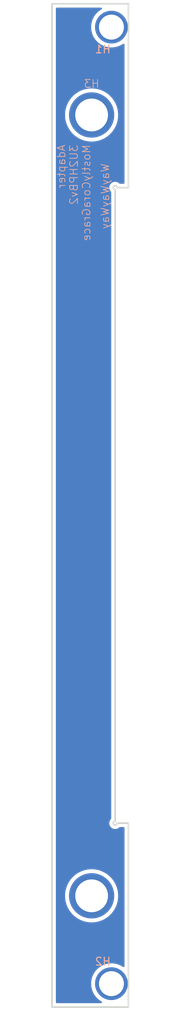
<source format=kicad_pcb>
(kicad_pcb (version 20241229) (generator "pcbnew") (generator_version "9.0")
  (layers (0 "F.Cu" signal) (2 "B.Cu" signal) (13 "F.Paste" user) (15 "B.Paste" user) (5 "F.SilkS" user "F.Silkscreen") (7 "B.SilkS" user "B.Silkscreen") (1 "F.Mask" user) (3 "B.Mask" user) (25 "Edge.Cuts" user))
  (net 0 "")
  (footprint "EXC:MountingHole_3.2mm_M3" (layer "F.Cu") (at 7.62 127.925)
    (property "Reference" "H2" (at 0 -2.84 0) (layer "B.SilkS") (effects (justify left mirror)))
    (property "Value" "Eurorack_M3_MountingHole")
    (pad "" thru_hole circle (at 0 0) (size 4.2 4.2) (drill 3.2) (layers "*.Cu" "*.Mask"))
  )
  (footprint "EXC:Handle_3UM4P100_A" (layer "F.Cu") (at 5.08 16.675)
    (property "Reference" "H3" (at 0 -4 0) (layer "B.SilkS") (effects (font (thickness 0.1)) (justify mirror)))
    (property "Value" "Handle_3UM4P100_PanelMount")
    (pad "" thru_hole circle (at 0 0) (size 5.8 5.8) (drill 4.2) (layers "*.Cu" "*.Mask"))
    (pad "" thru_hole circle (at 0 100) (size 5.8 5.8) (drill 4.2) (layers "*.Cu" "*.Mask"))
  )
  (footprint "EXC:MountingHole_3.2mm_M3" (layer "F.Cu") (at 7.62 5.425)
    (property "Reference" "H1" (at 0 2.84 0) (layer "B.SilkS") (effects (justify left mirror)))
    (property "Value" "Eurorack_M3_MountingHole")
    (pad "" thru_hole circle (at 0 0) (size 4.2 4.2) (drill 3.2) (layers "*.Cu" "*.Mask"))
  )
  (gr_line (start 9.8 2.425) (end 9.8 25.985) (stroke (width 0.2)) (layer "Edge.Cuts"))
  (gr_line (start 8.35 25.985) (end 9.8 25.985) (stroke (width 0.2)) (layer "Edge.Cuts"))
  (gr_line (start 8.1 26.235) (end 8.1 107.115) (stroke (width 0.2)) (layer "Edge.Cuts"))
  (gr_line (start 8.35 107.365) (end 9.8 107.365) (stroke (width 0.2)) (layer "Edge.Cuts"))
  (gr_line (start 0 130.925) (end 9.8 130.925) (stroke (width 0.2)) (layer "Edge.Cuts"))
  (gr_line (start 9.8 107.365) (end 9.8 130.925) (stroke (width 0.2)) (layer "Edge.Cuts"))
  (gr_arc (start 8.1 26.235) (mid 7.923223 25.808223) (end 8.35 25.985) (stroke (width 0.2)) (layer "Edge.Cuts"))
  (gr_arc (start 8.35 107.365) (mid 7.923223 107.541777) (end 8.1 107.115) (stroke (width 0.2)) (layer "Edge.Cuts"))
  (gr_line (start 0 2.425) (end 0 130.925) (stroke (width 0.2)) (layer "Edge.Cuts"))
  (gr_line (start 0 2.425) (end 9.8 2.425) (stroke (width 0.2)) (layer "Edge.Cuts"))
  (gr_text "Adapter\n3U2HPBv2\nMostlyCoraGrace" (at 5 20.4 90) (layer "B.SilkS") (effects (font (size 1 1) (thickness 0.1)) (justify left bottom mirror)))
  (gr_text "WayWayWay" (at 7.4 22.8 90) (layer "B.SilkS") (effects (font (size 1 1) (thickness 0.1)) (justify left bottom mirror)))
  (zone (net 0) (net_name "") (layers "F.Cu" "B.Cu") (connect_pads (clearance 0.5)) (min_thickness 0.25) (fill yes (thermal_gap 0.5) (thermal_bridge_width 0.5) (island_removal_mode 1) (island_area_min 10))
    (polygon (pts (xy 0 2.425) (xy 9.8 2.425) (xy 9.8 25.985) (xy 8.1 25.985) (xy 8.1 107.365) (xy 9.8 107.365) (xy 9.8 130.925) (xy 0 130.925)))
  )
)
</source>
